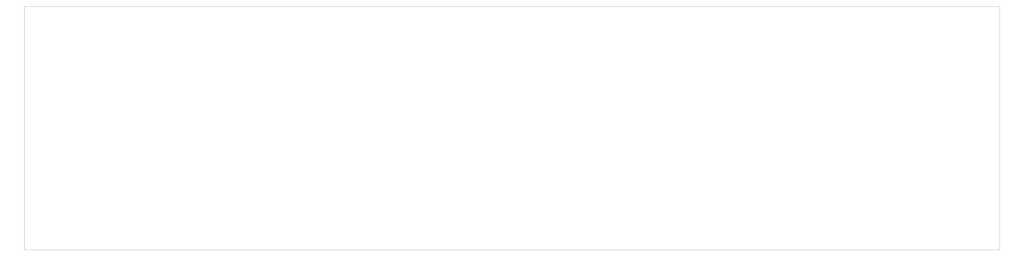
<source format=gbr>
%TF.GenerationSoftware,KiCad,Pcbnew,8.0.8*%
%TF.CreationDate,2025-02-14T17:31:39-08:00*%
%TF.ProjectId,ClockProject,436c6f63-6b50-4726-9f6a-6563742e6b69,rev?*%
%TF.SameCoordinates,Original*%
%TF.FileFunction,Profile,NP*%
%FSLAX46Y46*%
G04 Gerber Fmt 4.6, Leading zero omitted, Abs format (unit mm)*
G04 Created by KiCad (PCBNEW 8.0.8) date 2025-02-14 17:31:39*
%MOMM*%
%LPD*%
G01*
G04 APERTURE LIST*
%TA.AperFunction,Profile*%
%ADD10C,0.050000*%
%TD*%
G04 APERTURE END LIST*
D10*
X84906940Y-130592650D02*
X484906940Y-130592650D01*
X484906940Y-230592650D01*
X84906940Y-230592650D01*
X84906940Y-130592650D01*
M02*

</source>
